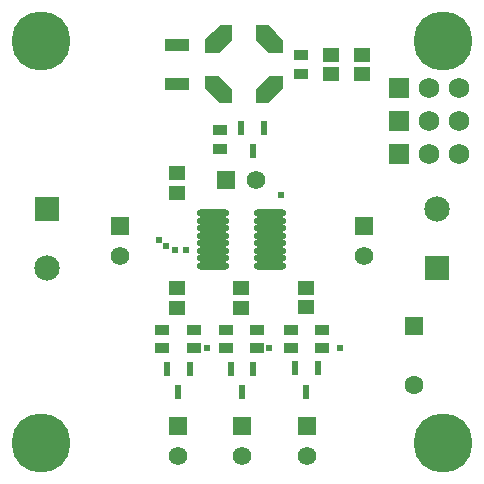
<source format=gts>
G04*
G04 #@! TF.GenerationSoftware,Altium Limited,Altium Designer,22.2.1 (43)*
G04*
G04 Layer_Color=8388736*
%FSLAX25Y25*%
%MOIN*%
G70*
G04*
G04 #@! TF.SameCoordinates,3B3E58CF-1C3C-4CAC-96B8-8F734E900E2C*
G04*
G04*
G04 #@! TF.FilePolarity,Negative*
G04*
G01*
G75*
%ADD12R,0.08071X0.04331*%
%ADD13R,0.05151X0.03567*%
%ADD14R,0.02402X0.04961*%
%ADD15R,0.05733X0.04940*%
%ADD16O,0.10839X0.02375*%
%ADD17C,0.05563*%
%ADD18R,0.06902X0.06902*%
%ADD19C,0.06902*%
%ADD20C,0.08477*%
%ADD21R,0.08477X0.08477*%
%ADD22C,0.06181*%
%ADD23R,0.06181X0.06181*%
%ADD24R,0.06181X0.06181*%
%ADD25C,0.06299*%
%ADD26R,0.06299X0.06299*%
%ADD27C,0.19698*%
%ADD28C,0.02375*%
G36*
X75563Y129732D02*
Y125008D01*
X71134D01*
X66508Y130126D01*
Y134063D01*
X71232D01*
X75563Y129732D01*
D02*
G37*
G36*
Y146268D02*
X71232Y141937D01*
X66508D01*
Y146366D01*
X71626Y150992D01*
X75563D01*
Y146268D01*
D02*
G37*
G36*
X92492Y130126D02*
X87866Y125008D01*
X83437D01*
Y129732D01*
X87768Y134063D01*
X92492D01*
Y130126D01*
D02*
G37*
G36*
Y145874D02*
Y141937D01*
X87768D01*
X83437Y146268D01*
Y150992D01*
X87866D01*
X92492Y145874D01*
D02*
G37*
D12*
X57087Y131504D02*
D03*
Y144496D02*
D03*
D13*
X83846Y43392D02*
D03*
Y49503D02*
D03*
X73397Y43392D02*
D03*
Y49503D02*
D03*
X71500Y116055D02*
D03*
Y109945D02*
D03*
X98500Y134945D02*
D03*
Y141055D02*
D03*
X95000Y43506D02*
D03*
Y49617D02*
D03*
X105450Y43506D02*
D03*
Y49617D02*
D03*
X62647Y43392D02*
D03*
Y49503D02*
D03*
X52137Y43392D02*
D03*
Y49503D02*
D03*
D14*
X82308Y109083D02*
D03*
X78568Y116917D02*
D03*
X86048D02*
D03*
X100260Y28793D02*
D03*
X96520Y36628D02*
D03*
X104000D02*
D03*
X78847Y28679D02*
D03*
X75106Y36513D02*
D03*
X82587D02*
D03*
X57587Y28679D02*
D03*
X53847Y36513D02*
D03*
X61327D02*
D03*
D15*
X108560Y134749D02*
D03*
Y141251D02*
D03*
X118731Y134749D02*
D03*
Y141251D02*
D03*
X57000Y101751D02*
D03*
Y95249D02*
D03*
X100000Y63500D02*
D03*
Y56998D02*
D03*
X78347Y63386D02*
D03*
Y56884D02*
D03*
X57087Y63386D02*
D03*
Y56884D02*
D03*
D16*
X88077Y70948D02*
D03*
Y73448D02*
D03*
Y75948D02*
D03*
Y78448D02*
D03*
Y80948D02*
D03*
Y83448D02*
D03*
Y85948D02*
D03*
Y88448D02*
D03*
X68983Y70948D02*
D03*
Y73448D02*
D03*
Y75948D02*
D03*
Y78448D02*
D03*
Y80948D02*
D03*
Y83448D02*
D03*
Y85948D02*
D03*
Y88448D02*
D03*
D17*
X71141Y129609D02*
D03*
X87859D02*
D03*
Y146391D02*
D03*
X71109Y146359D02*
D03*
D18*
X131000Y108000D02*
D03*
Y119077D02*
D03*
Y130077D02*
D03*
D19*
X141000Y108000D02*
D03*
X151000D02*
D03*
X141000Y119077D02*
D03*
X151000D02*
D03*
X141000Y130077D02*
D03*
X151000D02*
D03*
D20*
X143772Y89929D02*
D03*
X13728Y70244D02*
D03*
D21*
X143772Y70244D02*
D03*
X13728Y89929D02*
D03*
D22*
X119500Y74211D02*
D03*
X83500Y99500D02*
D03*
X38000Y74211D02*
D03*
X100500Y7500D02*
D03*
X78847Y7386D02*
D03*
X57587D02*
D03*
D23*
X119500Y84211D02*
D03*
X38000D02*
D03*
X100500Y17500D02*
D03*
X78847Y17386D02*
D03*
X57587D02*
D03*
D24*
X73500Y99500D02*
D03*
D25*
X136000Y31157D02*
D03*
D26*
Y50842D02*
D03*
D27*
X145669Y11811D02*
D03*
X11811D02*
D03*
X145669Y145669D02*
D03*
X11811D02*
D03*
D28*
X91732Y94488D02*
D03*
X56299Y75984D02*
D03*
X53543Y77559D02*
D03*
X51181Y79528D02*
D03*
X60236Y75984D02*
D03*
X67014Y43392D02*
D03*
X87880D02*
D03*
X111612Y43506D02*
D03*
M02*

</source>
